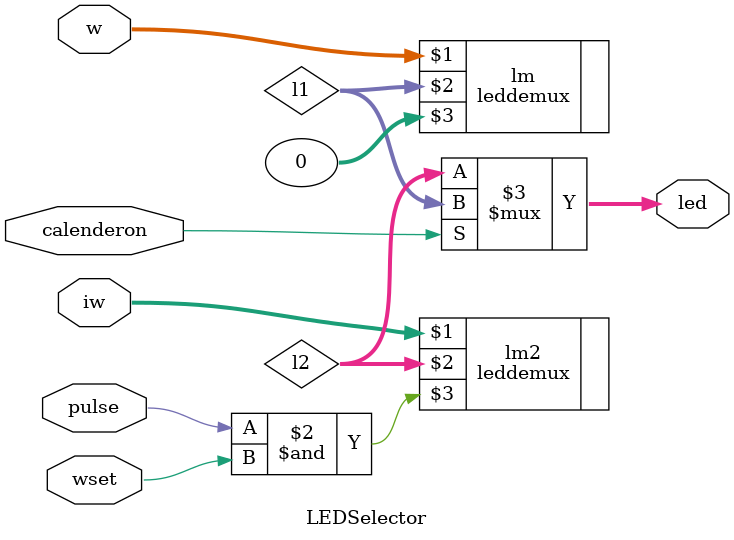
<source format=v>
`timescale 1ns / 1ps
module LEDSelector(
	input [6:0] w,
	input [6:0] iw,
	input calenderon,
	input wset,
	output [5:0] led,
	input pulse
    );
	 wire [5:0] l1;
	 wire [5:0] l2;
	 leddemux lm (w, l1, 0);
	 leddemux lm2 (iw, l2, pulse&wset);
	 
	 assign led = (calenderon) ? l1 : l2;
	 
	 
	 
	 


endmodule

</source>
